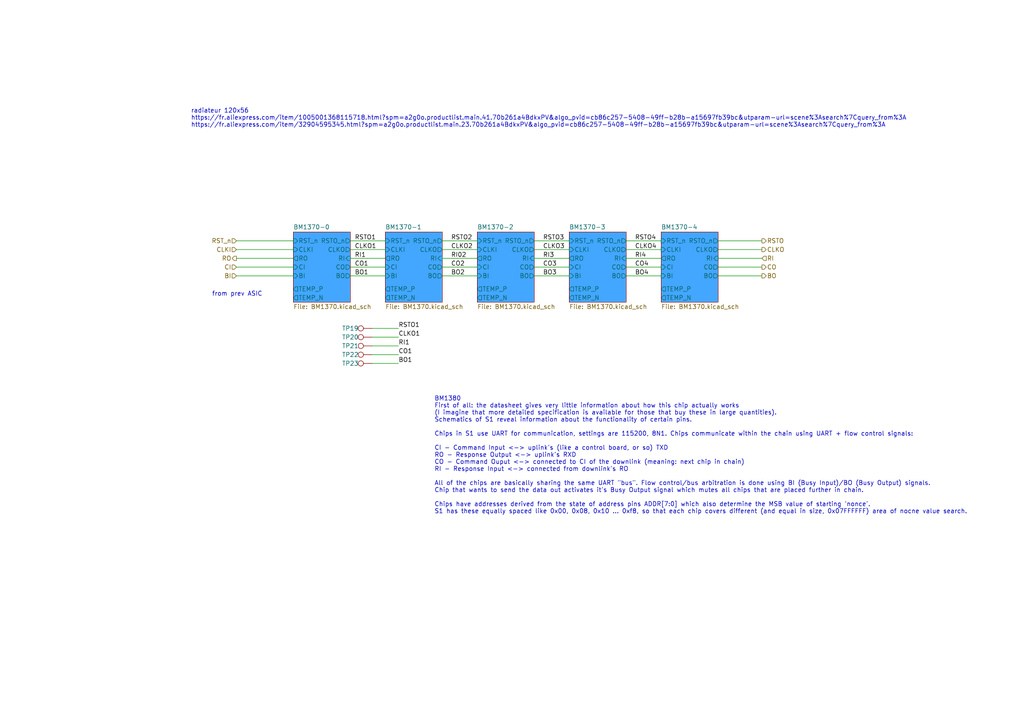
<source format=kicad_sch>
(kicad_sch (version 20231120) (generator "eeschema") (generator_version "8.0")
  (paper "A4")
  (lib_symbols
    (symbol "Connector:TestPoint" (pin_numbers hide) (pin_names (offset 0.762) hide)
      (property "Reference" "TP" (at 0 6.858 0))
      (property "Value" "TestPoint" (at 0 5.08 0))
      (symbol "TestPoint_0_1"
        (circle (center 0 3.302) (radius 0.762))
      )
      (symbol "TestPoint_1_1"
        (pin passive line (at 0 0 90) (length 2.54) (name "1") (number "1"))
      )
    )
  )
  (wire (pts (xy 154.94 74.93) (xy 165.1 74.93)))
  (wire (pts (xy 68.58 72.39) (xy 85.09 72.39)))
  (wire (pts (xy 128.27 80.01) (xy 138.43 80.01)))
  (wire (pts (xy 208.28 72.39) (xy 220.98 72.39)))
  (wire (pts (xy 128.27 74.93) (xy 138.43 74.93)))
  (wire (pts (xy 107.95 95.25) (xy 115.57 95.25)))
  (wire (pts (xy 115.57 105.41) (xy 107.95 105.41)))
  (wire (pts (xy 128.27 77.47) (xy 138.43 77.47)))
  (wire (pts (xy 68.58 74.93) (xy 85.09 74.93)))
  (wire (pts (xy 181.61 69.85) (xy 191.77 69.85)))
  (wire (pts (xy 128.27 69.85) (xy 138.43 69.85)))
  (wire (pts (xy 101.6 80.01) (xy 111.76 80.01)))
  (wire (pts (xy 208.28 74.93) (xy 220.98 74.93)))
  (wire (pts (xy 154.94 72.39) (xy 165.1 72.39)))
  (wire (pts (xy 208.28 77.47) (xy 220.98 77.47)))
  (wire (pts (xy 101.6 74.93) (xy 111.76 74.93)))
  (wire (pts (xy 107.95 100.33) (xy 115.57 100.33)))
  (wire (pts (xy 208.28 69.85) (xy 220.98 69.85)))
  (wire (pts (xy 181.61 77.47) (xy 191.77 77.47)))
  (wire (pts (xy 68.58 77.47) (xy 85.09 77.47)))
  (wire (pts (xy 101.6 72.39) (xy 111.76 72.39)))
  (wire (pts (xy 115.57 102.87) (xy 107.95 102.87)))
  (wire (pts (xy 181.61 80.01) (xy 191.77 80.01)))
  (wire (pts (xy 68.58 69.85) (xy 85.09 69.85)))
  (wire (pts (xy 154.94 77.47) (xy 165.1 77.47)))
  (wire (pts (xy 101.6 69.85) (xy 111.76 69.85)))
  (wire (pts (xy 181.61 72.39) (xy 191.77 72.39)))
  (wire (pts (xy 128.27 72.39) (xy 138.43 72.39)))
  (wire (pts (xy 107.95 97.79) (xy 115.57 97.79)))
  (wire (pts (xy 208.28 80.01) (xy 220.98 80.01)))
  (wire (pts (xy 181.61 74.93) (xy 191.77 74.93)))
  (wire (pts (xy 154.94 80.01) (xy 165.1 80.01)))
  (wire (pts (xy 101.6 77.47) (xy 111.76 77.47)))
  (wire (pts (xy 68.58 80.01) (xy 85.09 80.01)))
  (wire (pts (xy 154.94 69.85) (xy 165.1 69.85)))
  (text "from prev ASIC" (at 61.468 85.344 0) (effects (font (size 1.27 1.27)) (justify left)))
  (text "BM1380\nFirst of all: the datasheet gives very little information about how this chip actually works \n(I imagine that more detailed specification is available for those that buy these in large quantities). \nSchematics of S1 reveal information about the functionality of certain pins.\n\nChips in S1 use UART for communication, settings are 115200, 8N1. Chips communicate within the chain using UART + flow control signals:\n\nCI - Command Input <-> uplink's (like a control board, or so) TXD\nRO - Response Output <-> uplink's RXD\nCO - Command Ouput <-> connected to CI of the downlink (meaning: next chip in chain)\nRI - Response Input <-> connected from downlink's RO\n\nAll of the chips are basically sharing the same UART \"bus\". Flow control/bus arbitration is done using BI (Busy Input)/BO (Busy Output) signals. \nChip that wants to send the data out activates it's Busy Output signal which mutes all chips that are placed further in chain.\n\nChips have addresses derived from the state of address pins ADDR[7:0] which also determine the MSB value of starting 'nonce'. \nS1 has these equally spaced like 0x00, 0x08, 0x10 … 0xf8, so that each chip covers different (and equal in size, 0x07FFFFFF) area of nocne value search." (at 125.984 132.08 0) (effects (font (size 1.27 1.27)) (justify left)))
  (text "radiateur 120x56\nhttps://fr.aliexpress.com/item/1005001368115718.html?spm=a2g0o.productlist.main.41.70b261a4BdkxPV&algo_pvid=cb86c257-5408-49ff-b28b-a15697fb39bc&utparam-url=scene%3Asearch%7Cquery_from%3A\nhttps://fr.aliexpress.com/item/32904595345.html?spm=a2g0o.productlist.main.23.70b261a4BdkxPV&algo_pvid=cb86c257-5408-49ff-b28b-a15697fb39bc&utparam-url=scene%3Asearch%7Cquery_from%3A\n" (at 55.372 34.29 0) (effects (font (size 1.27 1.27)) (justify left)))
  (label "BO1" (at 102.87 80.01 0))
  (label "CO1" (at 115.57 102.87 0))
  (label "RSTO3" (at 157.48 69.85 0))
  (label "BO1" (at 115.57 105.41 0))
  (label "BO4" (at 184.15 80.01 0))
  (label "RSTO4" (at 184.15 69.85 0))
  (label "RI4" (at 184.15 74.93 0))
  (label "CLKO3" (at 157.48 72.39 0))
  (label "RSTO2" (at 130.81 69.85 0))
  (label "RI1" (at 115.57 100.33 0))
  (label "CO2" (at 130.81 77.47 0))
  (label "BO2" (at 130.81 80.01 0))
  (label "CLKO1" (at 115.57 97.79 0))
  (label "RI02" (at 130.81 74.93 0))
  (label "CO4" (at 184.15 77.47 0))
  (label "RI3" (at 157.48 74.93 0))
  (label "CLKO4" (at 184.15 72.39 0))
  (label "CLKO2" (at 130.81 72.39 0))
  (label "CLKO1" (at 102.87 72.39 0))
  (label "CO1" (at 102.87 77.47 0))
  (label "CO3" (at 157.48 77.47 0))
  (label "RSTO1" (at 115.57 95.25 0))
  (label "BO3" (at 157.48 80.01 0))
  (label "RI1" (at 102.87 74.93 0))
  (label "RSTO1" (at 102.87 69.85 0))
  (hierarchical_label "CLKO" (shape output) (at 220.98 72.39 0))
  (hierarchical_label "CLKI" (shape input) (at 68.58 72.39 180))
  (hierarchical_label "CO" (shape output) (at 220.98 77.47 0))
  (hierarchical_label "RSTO" (shape output) (at 220.98 69.85 0))
  (hierarchical_label "CI" (shape input) (at 68.58 77.47 180))
  (hierarchical_label "RI" (shape input) (at 220.98 74.93 0))
  (hierarchical_label "RST_n" (shape input) (at 68.58 69.85 180))
  (hierarchical_label "BO" (shape output) (at 220.98 80.01 0))
  (hierarchical_label "BI" (shape input) (at 68.58 80.01 180))
  (hierarchical_label "RO" (shape output) (at 68.58 74.93 180))
  (symbol (lib_id "Connector:TestPoint") (at 107.95 105.41 90) (unit 1) (in_bom no)
    (property "Reference" "TP23" (at 101.6 105.41 90))
    (property "Value" "TestPoint" (effects (hide yes)))
    (property "Footprint" "TestPoint:TestPoint_Pad_D1.0mm" (effects (hide yes)))
    (instances (project "AsicsBoard - 10xBM1370 - 01A" (path "" (reference "TP23") (unit 1)) (path "" (reference "TP7") (unit 1))))
  )
  (symbol (lib_id "Connector:TestPoint") (at 107.95 102.87 90) (unit 1) (in_bom no)
    (property "Reference" "TP22" (at 101.6 102.87 90))
    (property "Value" "TestPoint" (effects (hide yes)))
    (property "Footprint" "TestPoint:TestPoint_Pad_D1.0mm" (effects (hide yes)))
    (instances (project "AsicsBoard - 10xBM1370 - 01A" (path "" (reference "TP22") (unit 1)) (path "" (reference "TP6") (unit 1))))
  )
  (symbol (lib_id "Connector:TestPoint") (at 107.95 95.25 90) (mirror x) (unit 1) (in_bom no)
    (property "Reference" "TP19" (at 101.6 95.25 90))
    (property "Value" "TestPoint" (effects (hide yes)))
    (property "Footprint" "TestPoint:TestPoint_Pad_D1.0mm" (effects (hide yes)))
    (instances (project "AsicsBoard - 10xBM1370 - 01A" (path "" (reference "TP19") (unit 1)) (path "" (reference "TP3") (unit 1))))
  )
  (symbol (lib_id "Connector:TestPoint") (at 107.95 100.33 90) (mirror x) (unit 1) (in_bom no)
    (property "Reference" "TP21" (at 101.6 100.33 90))
    (property "Value" "TestPoint" (effects (hide yes)))
    (property "Footprint" "TestPoint:TestPoint_Pad_D1.0mm" (effects (hide yes)))
    (instances (project "AsicsBoard - 10xBM1370 - 01A" (path "" (reference "TP21") (unit 1)) (path "" (reference "TP5") (unit 1))))
  )
  (symbol (lib_id "Connector:TestPoint") (at 107.95 97.79 90) (unit 1) (in_bom no)
    (property "Reference" "TP20" (at 101.6 97.79 90))
    (property "Value" "TestPoint" (effects (hide yes)))
    (property "Footprint" "TestPoint:TestPoint_Pad_D1.0mm" (effects (hide yes)))
    (instances (project "AsicsBoard - 10xBM1370 - 01A" (path "" (reference "TP20") (unit 1)) (path "" (reference "TP4") (unit 1))))
  )
  (sheet (at 85.09 67.31) (size 16.51 20.32) (stroke (width 0.1524)) (fill (color 67 166 255 1.0000))
    (property "Sheetname" "BM1370-0" (at 85.09 66.5984 0) (effects (justify left bottom)))
    (property "Sheetfile" "BM1370.kicad_sch" (at 85.09 88.2146 0) (effects (justify left top)))
    (pin "CLKO" output (at 101.6 72.39 0))
    (pin "RO" output (at 85.09 74.93 180))
    (pin "CO" output (at 101.6 77.47 0))
    (pin "BO" output (at 101.6 80.01 0))
    (pin "RSTO_n" output (at 101.6 69.85 0))
    (pin "CLKI" input (at 85.09 72.39 180))
    (pin "CI" input (at 85.09 77.47 180))
    (pin "RI" input (at 101.6 74.93 0))
    (pin "RST_n" input (at 85.09 69.85 180))
    (pin "BI" input (at 85.09 80.01 180))
    (pin "TEMP_N" output (at 85.09 86.36 180))
    (pin "TEMP_P" output (at 85.09 83.82 180))
  )
  (sheet (at 138.43 67.31) (size 16.51 20.32) (stroke (width 0.1524)) (fill (color 67 166 255 1.0000))
    (property "Sheetname" "BM1370-2" (at 138.43 66.5984 0) (effects (justify left bottom)))
    (property "Sheetfile" "BM1370.kicad_sch" (at 138.43 88.2146 0) (effects (justify left top)))
    (pin "CLKO" output (at 154.94 72.39 0))
    (pin "RO" output (at 138.43 74.93 180))
    (pin "CO" output (at 154.94 77.47 0))
    (pin "BO" output (at 154.94 80.01 0))
    (pin "RSTO_n" output (at 154.94 69.85 0))
    (pin "CLKI" input (at 138.43 72.39 180))
    (pin "CI" input (at 138.43 77.47 180))
    (pin "RI" input (at 154.94 74.93 0))
    (pin "RST_n" input (at 138.43 69.85 180))
    (pin "BI" input (at 138.43 80.01 180))
    (pin "TEMP_N" output (at 138.43 86.36 180))
    (pin "TEMP_P" output (at 138.43 83.82 180))
  )
  (sheet (at 165.1 67.31) (size 16.51 20.32) (stroke (width 0.1524)) (fill (color 67 166 255 1.0000))
    (property "Sheetname" "BM1370-3" (at 165.1 66.5984 0) (effects (justify left bottom)))
    (property "Sheetfile" "BM1370.kicad_sch" (at 165.1 88.2146 0) (effects (justify left top)))
    (pin "CLKO" output (at 181.61 72.39 0))
    (pin "RO" output (at 165.1 74.93 180))
    (pin "CO" output (at 181.61 77.47 0))
    (pin "BO" output (at 181.61 80.01 0))
    (pin "RSTO_n" output (at 181.61 69.85 0))
    (pin "CLKI" input (at 165.1 72.39 180))
    (pin "CI" input (at 165.1 77.47 180))
    (pin "RI" input (at 181.61 74.93 0))
    (pin "RST_n" input (at 165.1 69.85 180))
    (pin "BI" input (at 165.1 80.01 180))
    (pin "TEMP_N" output (at 165.1 86.36 180))
    (pin "TEMP_P" output (at 165.1 83.82 180))
  )
  (sheet (at 191.77 67.31) (size 16.51 20.32) (stroke (width 0.1524)) (fill (color 67 166 255 1.0000))
    (property "Sheetname" "BM1370-4" (at 191.77 66.5984 0) (effects (justify left bottom)))
    (property "Sheetfile" "BM1370.kicad_sch" (at 191.77 88.2146 0) (effects (justify left top)))
    (pin "CLKO" output (at 208.28 72.39 0))
    (pin "RO" output (at 191.77 74.93 180))
    (pin "CO" output (at 208.28 77.47 0))
    (pin "BO" output (at 208.28 80.01 0))
    (pin "RSTO_n" output (at 208.28 69.85 0))
    (pin "CLKI" input (at 191.77 72.39 180))
    (pin "CI" input (at 191.77 77.47 180))
    (pin "RI" input (at 208.28 74.93 0))
    (pin "RST_n" input (at 191.77 69.85 180))
    (pin "BI" input (at 191.77 80.01 180))
    (pin "TEMP_N" output (at 191.77 86.36 180))
    (pin "TEMP_P" output (at 191.77 83.82 180))
  )
  (sheet (at 111.76 67.31) (size 16.51 20.32) (stroke (width 0.1524)) (fill (color 67 166 255 1.0000))
    (property "Sheetname" "BM1370-1" (at 111.76 66.5984 0) (effects (justify left bottom)))
    (property "Sheetfile" "BM1370.kicad_sch" (at 111.76 88.2146 0) (effects (justify left top)))
    (pin "CLKO" output (at 128.27 72.39 0))
    (pin "RO" output (at 111.76 74.93 180))
    (pin "CO" output (at 128.27 77.47 0))
    (pin "BO" output (at 128.27 80.01 0))
    (pin "RSTO_n" output (at 128.27 69.85 0))
    (pin "CLKI" input (at 111.76 72.39 180))
    (pin "CI" input (at 111.76 77.47 180))
    (pin "RI" input (at 128.27 74.93 0))
    (pin "RST_n" input (at 111.76 69.85 180))
    (pin "BI" input (at 111.76 80.01 180))
    (pin "TEMP_N" output (at 111.76 86.36 180))
    (pin "TEMP_P" output (at 111.76 83.82 180))
  )
)
</source>
